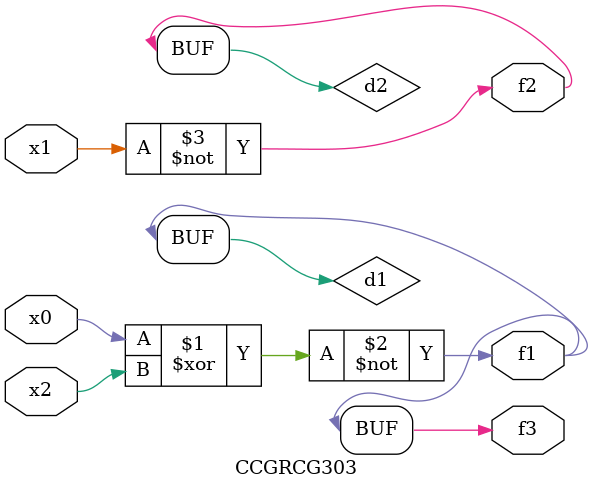
<source format=v>
module CCGRCG303(
	input x0, x1, x2,
	output f1, f2, f3
);

	wire d1, d2, d3;

	xnor (d1, x0, x2);
	nand (d2, x1);
	nor (d3, x1, x2);
	assign f1 = d1;
	assign f2 = d2;
	assign f3 = d1;
endmodule

</source>
